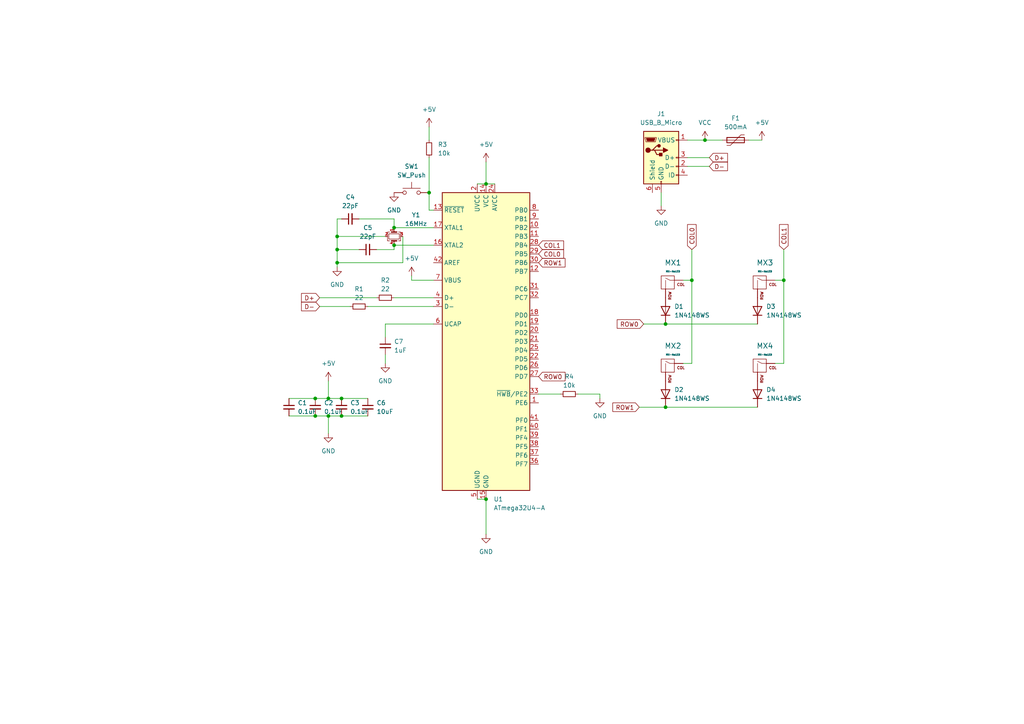
<source format=kicad_sch>
(kicad_sch (version 20230121) (generator eeschema)
  (paper "A4")
  (lib_symbols
    (symbol "Connector:USB_B_Micro" (pin_names (offset 1.016))
      (property "Reference" "J" (at -5.08 11.43 0))
      (property "Value" "USB_B_Micro" (at -5.08 8.89 0))
      (symbol "USB_B_Micro_0_1"
        (rectangle (start -5.08 -7.62) (end 5.08 7.62) (stroke (width 0.254)) (fill (type background)))
        (circle (center -3.81 2.159) (radius 0.635) (stroke (width 0.254)) (fill (type outline)))
        (circle (center -0.635 3.429) (radius 0.381) (stroke (width 0.254)) (fill (type outline)))
        (rectangle (start -0.127 -7.62) (end 0.127 -6.858))
        (polyline (pts (xy -1.905 2.159) (xy 0.635 2.159)) (stroke (width 0.254)))
        (polyline (pts (xy -3.175 2.159) (xy -2.54 2.159) (xy -1.27 3.429) (xy -0.635 3.429)) (stroke (width 0.254)))
        (polyline (pts (xy -2.54 2.159) (xy -1.905 2.159) (xy -1.27 0.889) (xy 0 0.889)) (stroke (width 0.254)))
        (polyline (pts (xy 0.635 2.794) (xy 0.635 1.524) (xy 1.905 2.159) (xy 0.635 2.794)) (stroke (width 0.254)) (fill (type outline)))
        (polyline (pts (xy -4.318 5.588) (xy -1.778 5.588) (xy -2.032 4.826) (xy -4.064 4.826) (xy -4.318 5.588)) (fill (type outline)))
        (polyline (pts (xy -4.699 5.842) (xy -4.699 5.588) (xy -4.445 4.826) (xy -4.445 4.572) (xy -1.651 4.572) (xy -1.651 4.826) (xy -1.397 5.588) (xy -1.397 5.842) (xy -4.699 5.842)))
        (rectangle (start 0.254 1.27) (end -0.508 0.508) (stroke (width 0.254)) (fill (type outline)))
        (rectangle (start 5.08 -5.207) (end 4.318 -4.953))
        (rectangle (start 5.08 -2.667) (end 4.318 -2.413))
        (rectangle (start 5.08 -0.127) (end 4.318 0.127))
        (rectangle (start 5.08 4.953) (end 4.318 5.207))
      )
      (symbol "USB_B_Micro_1_1"
        (pin power_out line (at 7.62 5.08 180) (length 2.54) (name "VBUS") (number "1"))
        (pin bidirectional line (at 7.62 -2.54 180) (length 2.54) (name "D-") (number "2"))
        (pin bidirectional line (at 7.62 0 180) (length 2.54) (name "D+") (number "3"))
        (pin passive line (at 7.62 -5.08 180) (length 2.54) (name "ID") (number "4"))
        (pin power_out line (at 0 -10.16 90) (length 2.54) (name "GND") (number "5"))
        (pin passive line (at -2.54 -10.16 90) (length 2.54) (name "Shield") (number "6"))
      )
    )
    (symbol "Device:C_Small" (pin_numbers hide) (pin_names (offset 0.254) hide)
      (property "Reference" "C" (at 0.254 1.778 0))
      (property "Value" "C_Small" (at 0.254 -2.032 0))
      (symbol "C_Small_0_1"
        (polyline (pts (xy -1.524 -0.508) (xy 1.524 -0.508)) (stroke (width 0.3302)))
        (polyline (pts (xy -1.524 0.508) (xy 1.524 0.508)) (stroke (width 0.3048)))
      )
      (symbol "C_Small_1_1"
        (pin passive line (at 0 2.54 270) (length 2.032) (name "~") (number "1"))
        (pin passive line (at 0 -2.54 90) (length 2.032) (name "~") (number "2"))
      )
    )
    (symbol "Device:Crystal_GND23_Small" (pin_names (offset 1.016) hide)
      (property "Reference" "Y" (at 1.27 4.445 0))
      (property "Value" "Crystal_GND23_Small" (at 1.27 2.54 0))
      (symbol "Crystal_GND23_Small_0_1"
        (rectangle (start -0.762 -1.524) (end 0.762 1.524))
        (polyline (pts (xy -1.27 -0.762) (xy -1.27 0.762)) (stroke (width 0.381)))
        (polyline (pts (xy 1.27 -0.762) (xy 1.27 0.762)) (stroke (width 0.381)))
        (polyline (pts (xy -1.27 -1.27) (xy -1.27 -1.905) (xy 1.27 -1.905) (xy 1.27 -1.27)))
        (polyline (pts (xy -1.27 1.27) (xy -1.27 1.905) (xy 1.27 1.905) (xy 1.27 1.27)))
      )
      (symbol "Crystal_GND23_Small_1_1"
        (pin passive line (at -2.54 0 0) (length 1.27) (name "1") (number "1"))
        (pin passive line (at 0 -2.54 90) (length 0.635) (name "2") (number "2"))
        (pin passive line (at 0 2.54 270) (length 0.635) (name "3") (number "3"))
        (pin passive line (at 2.54 0 180) (length 1.27) (name "4") (number "4"))
      )
    )
    (symbol "Device:Polyfuse" (pin_numbers hide) (pin_names (offset 0))
      (property "Reference" "F" (at -2.54 0 90))
      (property "Value" "Polyfuse" (at 2.54 0 90))
      (symbol "Polyfuse_0_1"
        (rectangle (start -0.762 2.54) (end 0.762 -2.54) (stroke (width 0.254)))
        (polyline (pts (xy 0 2.54) (xy 0 -2.54)))
        (polyline (pts (xy -1.524 2.54) (xy -1.524 1.524) (xy 1.524 -1.524) (xy 1.524 -2.54)))
      )
      (symbol "Polyfuse_1_1"
        (pin passive line (at 0 3.81 270) (length 1.27) (name "~") (number "1"))
        (pin passive line (at 0 -3.81 90) (length 1.27) (name "~") (number "2"))
      )
    )
    (symbol "Device:R_Small" (pin_numbers hide) (pin_names (offset 0.254) hide)
      (property "Reference" "R" (at 0.762 0.508 0))
      (property "Value" "R_Small" (at 0.762 -1.016 0))
      (symbol "R_Small_0_1"
        (rectangle (start -0.762 1.778) (end 0.762 -1.778) (stroke (width 0.2032)))
      )
      (symbol "R_Small_1_1"
        (pin passive line (at 0 2.54 270) (length 0.762) (name "~") (number "1"))
        (pin passive line (at 0 -2.54 90) (length 0.762) (name "~") (number "2"))
      )
    )
    (symbol "Diode:1N4148WS" (pin_numbers hide) (pin_names hide)
      (property "Reference" "D" (at 0 2.54 0))
      (property "Value" "1N4148WS" (at 0 -2.54 0))
      (symbol "1N4148WS_0_1"
        (polyline (pts (xy -1.27 1.27) (xy -1.27 -1.27)) (stroke (width 0.254)))
        (polyline (pts (xy 1.27 0) (xy -1.27 0)))
        (polyline (pts (xy 1.27 1.27) (xy 1.27 -1.27) (xy -1.27 0) (xy 1.27 1.27)) (stroke (width 0.254)))
      )
      (symbol "1N4148WS_1_1"
        (pin passive line (at -3.81 0 0) (length 2.54) (name "K") (number "1"))
        (pin passive line (at 3.81 0 180) (length 2.54) (name "A") (number "2"))
      )
    )
    (symbol "MCU_Microchip_ATmega:ATmega32U4-A"
      (property "Reference" "U" (at -12.7 44.45 0))
      (property "Value" "ATmega32U4-A" (at 2.54 -44.45 0))
      (symbol "ATmega32U4-A_0_1"
        (rectangle (start -12.7 -43.18) (end 12.7 43.18) (stroke (width 0.254)) (fill (type background)))
      )
      (symbol "ATmega32U4-A_1_1"
        (pin bidirectional line (at 15.24 -17.78 180) (length 2.54) (name "PE6") (number "1"))
        (pin bidirectional line (at 15.24 33.02 180) (length 2.54) (name "PB2") (number "10"))
        (pin bidirectional line (at 15.24 30.48 180) (length 2.54) (name "PB3") (number "11"))
        (pin bidirectional line (at 15.24 20.32 180) (length 2.54) (name "PB7") (number "12"))
        (pin input line (at -15.24 38.1 0) (length 2.54) (name "~{RESET}") (number "13"))
        (pin power_in line (at 0 45.72 270) (length 2.54) (name "VCC") (number "14"))
        (pin power_in line (at 0 -45.72 90) (length 2.54) (name "GND") (number "15"))
        (pin output line (at -15.24 27.94 0) (length 2.54) (name "XTAL2") (number "16"))
        (pin input line (at -15.24 33.02 0) (length 2.54) (name "XTAL1") (number "17"))
        (pin bidirectional line (at 15.24 7.62 180) (length 2.54) (name "PD0") (number "18"))
        (pin bidirectional line (at 15.24 5.08 180) (length 2.54) (name "PD1") (number "19"))
        (pin power_in line (at -2.54 45.72 270) (length 2.54) (name "UVCC") (number "2"))
        (pin bidirectional line (at 15.24 2.54 180) (length 2.54) (name "PD2") (number "20"))
        (pin bidirectional line (at 15.24 0 180) (length 2.54) (name "PD3") (number "21"))
        (pin bidirectional line (at 15.24 -5.08 180) (length 2.54) (name "PD5") (number "22"))
        (pin passive line (at 0 -45.72 90) (length 2.54) hide (name "GND") (number "23"))
        (pin power_in line (at 2.54 45.72 270) (length 2.54) (name "AVCC") (number "24"))
        (pin bidirectional line (at 15.24 -2.54 180) (length 2.54) (name "PD4") (number "25"))
        (pin bidirectional line (at 15.24 -7.62 180) (length 2.54) (name "PD6") (number "26"))
        (pin bidirectional line (at 15.24 -10.16 180) (length 2.54) (name "PD7") (number "27"))
        (pin bidirectional line (at 15.24 27.94 180) (length 2.54) (name "PB4") (number "28"))
        (pin bidirectional line (at 15.24 25.4 180) (length 2.54) (name "PB5") (number "29"))
        (pin bidirectional line (at -15.24 10.16 0) (length 2.54) (name "D-") (number "3"))
        (pin bidirectional line (at 15.24 22.86 180) (length 2.54) (name "PB6") (number "30"))
        (pin bidirectional line (at 15.24 15.24 180) (length 2.54) (name "PC6") (number "31"))
        (pin bidirectional line (at 15.24 12.7 180) (length 2.54) (name "PC7") (number "32"))
        (pin bidirectional line (at 15.24 -15.24 180) (length 2.54) (name "~{HWB}/PE2") (number "33"))
        (pin passive line (at 0 45.72 270) (length 2.54) hide (name "VCC") (number "34"))
        (pin passive line (at 0 -45.72 90) (length 2.54) hide (name "GND") (number "35"))
        (pin bidirectional line (at 15.24 -35.56 180) (length 2.54) (name "PF7") (number "36"))
        (pin bidirectional line (at 15.24 -33.02 180) (length 2.54) (name "PF6") (number "37"))
        (pin bidirectional line (at 15.24 -30.48 180) (length 2.54) (name "PF5") (number "38"))
        (pin bidirectional line (at 15.24 -27.94 180) (length 2.54) (name "PF4") (number "39"))
        (pin bidirectional line (at -15.24 12.7 0) (length 2.54) (name "D+") (number "4"))
        (pin bidirectional line (at 15.24 -25.4 180) (length 2.54) (name "PF1") (number "40"))
        (pin bidirectional line (at 15.24 -22.86 180) (length 2.54) (name "PF0") (number "41"))
        (pin passive line (at -15.24 22.86 0) (length 2.54) (name "AREF") (number "42"))
        (pin passive line (at 0 -45.72 90) (length 2.54) hide (name "GND") (number "43"))
        (pin passive line (at 2.54 45.72 270) (length 2.54) hide (name "AVCC") (number "44"))
        (pin passive line (at -2.54 -45.72 90) (length 2.54) (name "UGND") (number "5"))
        (pin passive line (at -15.24 5.08 0) (length 2.54) (name "UCAP") (number "6"))
        (pin input line (at -15.24 17.78 0) (length 2.54) (name "VBUS") (number "7"))
        (pin bidirectional line (at 15.24 38.1 180) (length 2.54) (name "PB0") (number "8"))
        (pin bidirectional line (at 15.24 35.56 180) (length 2.54) (name "PB1") (number "9"))
      )
    )
    (symbol "MX_Alps_Hybrid:MX-NoLED" (pin_names (offset 1.016))
      (property "Reference" "MX" (at -0.635 3.81 0))
      (property "Value" "MX-NoLED" (at -0.635 1.27 0))
      (symbol "MX-NoLED_0_0"
        (rectangle (start -2.54 2.54) (end 1.27 -1.27))
        (polyline (pts (xy -1.27 -1.27) (xy -1.27 1.27)) (stroke (width 0.127)))
        (polyline (pts (xy 1.27 1.27) (xy 0 1.27) (xy -1.27 1.905)) (stroke (width 0.127)))
        (text "COL" (at 3.175 0 0) (effects (font (size 0.762 0.762))))
        (text "ROW" (at 0 -1.905 900) (effects (font (size 0.762 0.762)) (justify right)))
      )
      (symbol "MX-NoLED_1_1"
        (pin passive line (at 3.81 1.27 180) (length 2.54) (name "COL") (number "1"))
        (pin passive line (at -1.27 -3.81 90) (length 2.54) (name "ROW") (number "2"))
      )
    )
    (symbol "Switch:SW_Push" (pin_numbers hide) (pin_names (offset 1.016) hide)
      (property "Reference" "SW" (at 1.27 2.54 0))
      (property "Value" "SW_Push" (at 0 -1.524 0))
      (symbol "SW_Push_0_1"
        (circle (center -2.032 0) (radius 0.508))
        (polyline (pts (xy 0 1.27) (xy 0 3.048)))
        (polyline (pts (xy 2.54 1.27) (xy -2.54 1.27)))
        (circle (center 2.032 0) (radius 0.508))
        (pin passive line (at -5.08 0 0) (length 2.54) (name "1") (number "1"))
        (pin passive line (at 5.08 0 180) (length 2.54) (name "2") (number "2"))
      )
    )
    (symbol "power:+5V" (power) (pin_names (offset 0))
      (property "Value" "+5V" (at 0 3.556 0))
      (symbol "+5V_0_1"
        (polyline (pts (xy -0.762 1.27) (xy 0 2.54)))
        (polyline (pts (xy 0 0) (xy 0 2.54)))
        (polyline (pts (xy 0 2.54) (xy 0.762 1.27)))
      )
      (symbol "+5V_1_1"
        (pin power_in line (at 0 0 90) (length 0) hide (name "+5V") (number "1"))
      )
    )
    (symbol "power:GND" (power) (pin_names (offset 0))
      (property "Value" "GND" (at 0 -3.81 0))
      (symbol "GND_0_1"
        (polyline (pts (xy 0 0) (xy 0 -1.27) (xy 1.27 -1.27) (xy 0 -2.54) (xy -1.27 -1.27) (xy 0 -1.27)))
      )
      (symbol "GND_1_1"
        (pin power_in line (at 0 0 270) (length 0) hide (name "GND") (number "1"))
      )
    )
    (symbol "power:VCC" (power) (pin_names (offset 0))
      (property "Value" "VCC" (at 0 3.81 0))
      (symbol "VCC_0_1"
        (polyline (pts (xy -0.762 1.27) (xy 0 2.54)))
        (polyline (pts (xy 0 0) (xy 0 2.54)))
        (polyline (pts (xy 0 2.54) (xy 0.762 1.27)))
      )
      (symbol "VCC_1_1"
        (pin power_in line (at 0 0 90) (length 0) hide (name "VCC") (number "1"))
      )
    )
  )
  (junction (at 193.04 118.11))
  (junction (at 95.25 115.57))
  (junction (at 140.97 144.78))
  (junction (at 97.79 72.39))
  (junction (at 227.33 81.28))
  (junction (at 99.06 115.57))
  (junction (at 114.3 66.04))
  (junction (at 114.3 71.12))
  (junction (at 99.06 120.65))
  (junction (at 97.79 76.2))
  (junction (at 91.44 120.65))
  (junction (at 91.44 115.57))
  (junction (at 124.46 55.88))
  (junction (at 95.25 120.65))
  (junction (at 193.04 93.98))
  (junction (at 97.79 68.58))
  (junction (at 140.97 53.34))
  (junction (at 204.47 40.64))
  (junction (at 200.66 81.28))
  (wire (pts (xy 140.97 46.99) (xy 140.97 53.34)))
  (wire (pts (xy 116.84 68.58) (xy 116.84 76.2)))
  (wire (pts (xy 227.33 105.41) (xy 224.79 105.41)))
  (wire (pts (xy 193.04 93.98) (xy 219.71 93.98)))
  (wire (pts (xy 111.76 68.58) (xy 97.79 68.58)))
  (wire (pts (xy 173.99 114.3) (xy 173.99 115.57)))
  (wire (pts (xy 186.69 93.98) (xy 193.04 93.98)))
  (wire (pts (xy 119.38 80.01) (xy 119.38 81.28)))
  (wire (pts (xy 156.21 114.3) (xy 162.56 114.3)))
  (wire (pts (xy 191.77 55.88) (xy 191.77 59.69)))
  (wire (pts (xy 92.71 88.9) (xy 101.6 88.9)))
  (wire (pts (xy 114.3 63.5) (xy 114.3 66.04)))
  (wire (pts (xy 199.39 40.64) (xy 204.47 40.64)))
  (wire (pts (xy 106.68 88.9) (xy 125.73 88.9)))
  (wire (pts (xy 95.25 115.57) (xy 99.06 115.57)))
  (wire (pts (xy 140.97 53.34) (xy 143.51 53.34)))
  (wire (pts (xy 104.14 63.5) (xy 114.3 63.5)))
  (wire (pts (xy 97.79 72.39) (xy 104.14 72.39)))
  (wire (pts (xy 97.79 68.58) (xy 97.79 72.39)))
  (wire (pts (xy 124.46 55.88) (xy 124.46 60.96)))
  (wire (pts (xy 111.76 105.41) (xy 111.76 102.87)))
  (wire (pts (xy 199.39 45.72) (xy 205.74 45.72)))
  (wire (pts (xy 109.22 72.39) (xy 114.3 72.39)))
  (wire (pts (xy 119.38 81.28) (xy 125.73 81.28)))
  (wire (pts (xy 167.64 114.3) (xy 173.99 114.3)))
  (wire (pts (xy 185.42 118.11) (xy 193.04 118.11)))
  (wire (pts (xy 95.25 115.57) (xy 91.44 115.57)))
  (wire (pts (xy 198.12 105.41) (xy 200.66 105.41)))
  (wire (pts (xy 92.71 86.36) (xy 109.22 86.36)))
  (wire (pts (xy 217.17 40.64) (xy 220.98 40.64)))
  (wire (pts (xy 97.79 76.2) (xy 97.79 72.39)))
  (wire (pts (xy 114.3 71.12) (xy 125.73 71.12)))
  (wire (pts (xy 227.33 72.39) (xy 227.33 81.28)))
  (wire (pts (xy 125.73 93.98) (xy 111.76 93.98)))
  (wire (pts (xy 138.43 144.78) (xy 140.97 144.78)))
  (wire (pts (xy 99.06 120.65) (xy 106.68 120.65)))
  (wire (pts (xy 114.3 66.04) (xy 125.73 66.04)))
  (wire (pts (xy 91.44 120.65) (xy 95.25 120.65)))
  (wire (pts (xy 111.76 93.98) (xy 111.76 97.79)))
  (wire (pts (xy 95.25 110.49) (xy 95.25 115.57)))
  (wire (pts (xy 83.82 120.65) (xy 91.44 120.65)))
  (wire (pts (xy 140.97 144.78) (xy 140.97 154.94)))
  (wire (pts (xy 224.79 81.28) (xy 227.33 81.28)))
  (wire (pts (xy 95.25 120.65) (xy 95.25 125.73)))
  (wire (pts (xy 200.66 81.28) (xy 200.66 72.39)))
  (wire (pts (xy 97.79 76.2) (xy 97.79 77.47)))
  (wire (pts (xy 204.47 40.64) (xy 209.55 40.64)))
  (wire (pts (xy 124.46 60.96) (xy 125.73 60.96)))
  (wire (pts (xy 97.79 63.5) (xy 97.79 68.58)))
  (wire (pts (xy 199.39 48.26) (xy 205.74 48.26)))
  (wire (pts (xy 138.43 53.34) (xy 140.97 53.34)))
  (wire (pts (xy 114.3 86.36) (xy 125.73 86.36)))
  (wire (pts (xy 124.46 36.83) (xy 124.46 40.64)))
  (wire (pts (xy 97.79 63.5) (xy 99.06 63.5)))
  (wire (pts (xy 198.12 81.28) (xy 200.66 81.28)))
  (wire (pts (xy 95.25 120.65) (xy 99.06 120.65)))
  (wire (pts (xy 200.66 105.41) (xy 200.66 81.28)))
  (wire (pts (xy 124.46 45.72) (xy 124.46 55.88)))
  (wire (pts (xy 91.44 115.57) (xy 83.82 115.57)))
  (wire (pts (xy 193.04 118.11) (xy 219.71 118.11)))
  (wire (pts (xy 99.06 115.57) (xy 106.68 115.57)))
  (wire (pts (xy 227.33 81.28) (xy 227.33 105.41)))
  (wire (pts (xy 116.84 76.2) (xy 97.79 76.2)))
  (wire (pts (xy 114.3 72.39) (xy 114.3 71.12)))
  (global_label "ROW1" (shape input) (at 156.21 76.2 0) (property "Intersheetrefs" "${INTERSHEET_REFS}" (effects hide)))
  (global_label "COL1" (shape input) (at 227.33 72.39 90) (property "Intersheetrefs" "${INTERSHEET_REFS}" (effects hide)))
  (global_label "COL0" (shape input) (at 200.66 72.39 90) (property "Intersheetrefs" "${INTERSHEET_REFS}" (effects hide)))
  (global_label "ROW0" (shape input) (at 186.69 93.98 180) (property "Intersheetrefs" "${INTERSHEET_REFS}" (effects hide)))
  (global_label "ROW1" (shape input) (at 185.42 118.11 180) (property "Intersheetrefs" "${INTERSHEET_REFS}" (effects hide)))
  (global_label "D-" (shape input) (at 205.74 48.26 0) (property "Intersheetrefs" "${INTERSHEET_REFS}" (effects hide)))
  (global_label "COL1" (shape input) (at 156.21 71.12 0) (property "Intersheetrefs" "${INTERSHEET_REFS}" (effects hide)))
  (global_label "D-" (shape input) (at 92.71 88.9 180) (property "Intersheetrefs" "${INTERSHEET_REFS}" (effects hide)))
  (global_label "D+" (shape input) (at 92.71 86.36 180) (property "Intersheetrefs" "${INTERSHEET_REFS}" (effects hide)))
  (global_label "D+" (shape input) (at 205.74 45.72 0) (property "Intersheetrefs" "${INTERSHEET_REFS}" (effects hide)))
  (global_label "COL0" (shape input) (at 156.21 73.66 0) (property "Intersheetrefs" "${INTERSHEET_REFS}" (effects hide)))
  (global_label "ROW0" (shape input) (at 156.21 109.22 0) (property "Intersheetrefs" "${INTERSHEET_REFS}" (effects hide)))
  (symbol (lib_id "MX_Alps_Hybrid:MX-NoLED") (at 194.31 106.68 0) (unit 1)
    (property "Reference" "MX2" (at 195.1932 100.33 0) (effects (font (size 1.524 1.524))))
    (property "Value" "MX-NoLED" (at 195.1932 102.87 0) (effects (font (size 0.508 0.508))))
  )
  (symbol (lib_id "Device:R_Small") (at 104.14 88.9 90) (unit 1)
    (property "Reference" "R1" (at 104.14 83.82 90))
    (property "Value" "22" (at 104.14 86.36 90))
  )
  (symbol (lib_id "Device:R_Small") (at 111.76 86.36 90) (unit 1)
    (property "Reference" "R2" (at 111.76 81.28 90))
    (property "Value" "22" (at 111.76 83.82 90))
  )
  (symbol (lib_id "Device:Crystal_GND23_Small") (at 114.3 68.58 270) (unit 1)
    (property "Reference" "Y1" (at 120.65 62.3503 90))
    (property "Value" "16MHz" (at 120.65 64.8903 90))
  )
  (symbol (lib_id "Device:C_Small") (at 106.68 118.11 0) (unit 1)
    (property "Reference" "C6" (at 109.22 116.8463 0) (effects (justify left)))
    (property "Value" "10uF" (at 109.22 119.3863 0) (effects (justify left)))
  )
  (symbol (lib_id "Device:R_Small") (at 165.1 114.3 90) (unit 1)
    (property "Reference" "R4" (at 165.1 109.22 90))
    (property "Value" "10k" (at 165.1 111.76 90))
  )
  (symbol (lib_id "Device:Polyfuse") (at 213.36 40.64 90) (unit 1)
    (property "Reference" "F1" (at 213.36 34.29 90))
    (property "Value" "500mA" (at 213.36 36.83 90))
  )
  (symbol (lib_id "Diode:1N4148WS") (at 219.71 114.3 90) (unit 1)
    (property "Reference" "D4" (at 222.25 113.03 90) (effects (justify right)))
    (property "Value" "1N4148WS" (at 222.25 115.57 90) (effects (justify right)))
    (property "Footprint" "Diode_SMD:D_SOD-323" (effects hide))
    (property "Datasheet" "https://www.vishay.com/docs/85751/1n4148ws.pdf" (effects hide))
    (property "Sim.Device" "D" (effects hide))
    (property "Sim.Pins" "1=K 2=A" (effects hide))
  )
  (symbol (lib_id "Device:C_Small") (at 83.82 118.11 0) (unit 1)
    (property "Reference" "C1" (at 86.36 116.8463 0) (effects (justify left)))
    (property "Value" "0.1uF" (at 86.36 119.3863 0) (effects (justify left)))
  )
  (symbol (lib_id "power:GND") (at 114.3 55.88 0) (unit 1)
    (property "Reference" "#PWR05" (effects hide))
    (property "Value" "GND" (at 114.3 60.96 0))
  )
  (symbol (lib_id "power:GND") (at 191.77 59.69 0) (unit 1)
    (property "Reference" "#PWR011" (effects hide))
    (property "Value" "GND" (at 191.77 64.77 0))
  )
  (symbol (lib_id "Diode:1N4148WS") (at 193.04 114.3 90) (unit 1)
    (property "Reference" "D2" (at 195.58 113.03 90) (effects (justify right)))
    (property "Value" "1N4148WS" (at 195.58 115.57 90) (effects (justify right)))
    (property "Footprint" "Diode_SMD:D_SOD-323" (effects hide))
    (property "Datasheet" "https://www.vishay.com/docs/85751/1n4148ws.pdf" (effects hide))
    (property "Sim.Device" "D" (effects hide))
    (property "Sim.Pins" "1=K 2=A" (effects hide))
  )
  (symbol (lib_id "Device:C_Small") (at 91.44 118.11 0) (unit 1)
    (property "Reference" "C2" (at 93.98 116.8463 0) (effects (justify left)))
    (property "Value" "0.1uF" (at 93.98 119.3863 0) (effects (justify left)))
  )
  (symbol (lib_id "Diode:1N4148WS") (at 219.71 90.17 90) (unit 1)
    (property "Reference" "D3" (at 222.25 88.9 90) (effects (justify right)))
    (property "Value" "1N4148WS" (at 222.25 91.44 90) (effects (justify right)))
    (property "Footprint" "Diode_SMD:D_SOD-323" (effects hide))
    (property "Datasheet" "https://www.vishay.com/docs/85751/1n4148ws.pdf" (effects hide))
    (property "Sim.Device" "D" (effects hide))
    (property "Sim.Pins" "1=K 2=A" (effects hide))
  )
  (symbol (lib_id "power:+5V") (at 95.25 110.49 0) (unit 1)
    (property "Reference" "#PWR01" (effects hide))
    (property "Value" "+5V" (at 95.25 105.41 0))
  )
  (symbol (lib_id "power:+5V") (at 119.38 80.01 0) (unit 1)
    (property "Reference" "#PWR06" (effects hide))
    (property "Value" "+5V" (at 119.38 74.93 0))
  )
  (symbol (lib_id "Device:C_Small") (at 106.68 72.39 90) (unit 1)
    (property "Reference" "C5" (at 106.6863 66.04 90))
    (property "Value" "22pF" (at 106.6863 68.58 90))
  )
  (symbol (lib_id "Switch:SW_Push") (at 119.38 55.88 0) (unit 1)
    (property "Reference" "SW1" (at 119.38 48.26 0))
    (property "Value" "SW_Push" (at 119.38 50.8 0))
  )
  (symbol (lib_id "power:GND") (at 95.25 125.73 0) (unit 1)
    (property "Reference" "#PWR02" (effects hide))
    (property "Value" "GND" (at 95.25 130.81 0))
  )
  (symbol (lib_id "MX_Alps_Hybrid:MX-NoLED") (at 194.31 82.55 0) (unit 1)
    (property "Reference" "MX1" (at 195.1932 76.2 0) (effects (font (size 1.524 1.524))))
    (property "Value" "MX-NoLED" (at 195.1932 78.74 0) (effects (font (size 0.508 0.508))))
  )
  (symbol (lib_id "MCU_Microchip_ATmega:ATmega32U4-A") (at 140.97 99.06 0) (unit 1)
    (property "Reference" "U1" (at 143.1641 144.78 0) (effects (justify left)))
    (property "Value" "ATmega32U4-A" (at 143.1641 147.32 0) (effects (justify left)))
    (property "Footprint" "Package_QFP:TQFP-44_10x10mm_P0.8mm" (effects hide))
    (property "Datasheet" "http://ww1.microchip.com/downloads/en/DeviceDoc/Atmel-7766-8-bit-AVR-ATmega16U4-32U4_Datasheet.pdf" (effects hide))
  )
  (symbol (lib_id "power:GND") (at 140.97 154.94 0) (unit 1)
    (property "Reference" "#PWR09" (effects hide))
    (property "Value" "GND" (at 140.97 160.02 0))
  )
  (symbol (lib_id "power:VCC") (at 204.47 40.64 0) (unit 1)
    (property "Reference" "#PWR012" (effects hide))
    (property "Value" "VCC" (at 204.47 35.56 0))
  )
  (symbol (lib_id "power:+5V") (at 220.98 40.64 0) (unit 1)
    (property "Reference" "#PWR013" (effects hide))
    (property "Value" "+5V" (at 220.98 35.56 0))
  )
  (symbol (lib_id "Device:C_Small") (at 101.6 63.5 90) (unit 1)
    (property "Reference" "C4" (at 101.6063 57.15 90))
    (property "Value" "22pF" (at 101.6063 59.69 90))
  )
  (symbol (lib_id "MX_Alps_Hybrid:MX-NoLED") (at 220.98 82.55 0) (unit 1)
    (property "Reference" "MX3" (at 221.8632 76.2 0) (effects (font (size 1.524 1.524))))
    (property "Value" "MX-NoLED" (at 221.8632 78.74 0) (effects (font (size 0.508 0.508))))
  )
  (symbol (lib_id "power:GND") (at 97.79 77.47 0) (unit 1)
    (property "Reference" "#PWR03" (effects hide))
    (property "Value" "GND" (at 97.79 82.55 0))
  )
  (symbol (lib_id "power:+5V") (at 140.97 46.99 0) (unit 1)
    (property "Reference" "#PWR08" (effects hide))
    (property "Value" "+5V" (at 140.97 41.91 0))
  )
  (symbol (lib_id "Device:C_Small") (at 111.76 100.33 0) (unit 1)
    (property "Reference" "C7" (at 114.3 99.0663 0) (effects (justify left)))
    (property "Value" "1uF" (at 114.3 101.6063 0) (effects (justify left)))
  )
  (symbol (lib_id "Device:R_Small") (at 124.46 43.18 180) (unit 1)
    (property "Reference" "R3" (at 127 41.91 0) (effects (justify right)))
    (property "Value" "10k" (at 127 44.45 0) (effects (justify right)))
  )
  (symbol (lib_id "power:+5V") (at 124.46 36.83 0) (unit 1)
    (property "Reference" "#PWR07" (effects hide))
    (property "Value" "+5V" (at 124.46 31.75 0))
  )
  (symbol (lib_id "MX_Alps_Hybrid:MX-NoLED") (at 220.98 106.68 0) (unit 1)
    (property "Reference" "MX4" (at 221.8632 100.33 0) (effects (font (size 1.524 1.524))))
    (property "Value" "MX-NoLED" (at 221.8632 102.87 0) (effects (font (size 0.508 0.508))))
  )
  (symbol (lib_id "Device:C_Small") (at 99.06 118.11 0) (unit 1)
    (property "Reference" "C3" (at 101.6 116.8463 0) (effects (justify left)))
    (property "Value" "0.1uF" (at 101.6 119.3863 0) (effects (justify left)))
  )
  (symbol (lib_id "power:GND") (at 173.99 115.57 0) (unit 1)
    (property "Reference" "#PWR010" (effects hide))
    (property "Value" "GND" (at 173.99 120.65 0))
  )
  (symbol (lib_id "power:GND") (at 111.76 105.41 0) (unit 1)
    (property "Reference" "#PWR04" (effects hide))
    (property "Value" "GND" (at 111.76 110.49 0))
  )
  (symbol (lib_id "Connector:USB_B_Micro") (at 191.77 45.72 0) (unit 1)
    (property "Reference" "J1" (at 191.77 33.02 0))
    (property "Value" "USB_B_Micro" (at 191.77 35.56 0))
  )
  (symbol (lib_id "Diode:1N4148WS") (at 193.04 90.17 90) (unit 1)
    (property "Reference" "D1" (at 195.58 88.9 90) (effects (justify right)))
    (property "Value" "1N4148WS" (at 195.58 91.44 90) (effects (justify right)))
    (property "Footprint" "Diode_SMD:D_SOD-323" (effects hide))
    (property "Datasheet" "https://www.vishay.com/docs/85751/1n4148ws.pdf" (effects hide))
    (property "Sim.Device" "D" (effects hide))
    (property "Sim.Pins" "1=K 2=A" (effects hide))
  )
)
</source>
